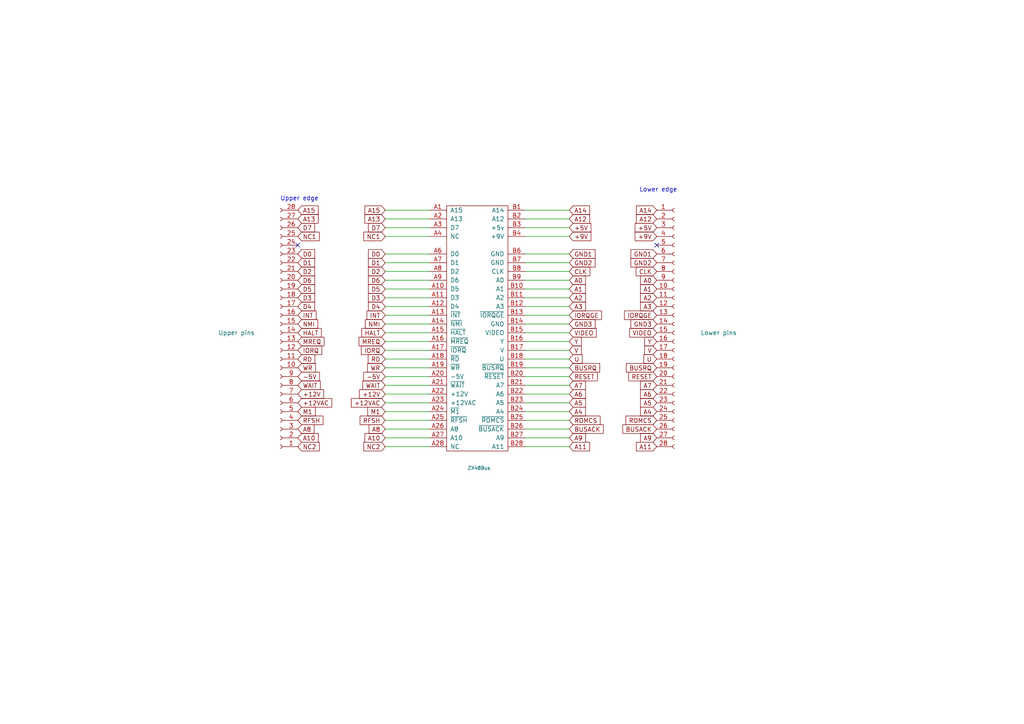
<source format=kicad_sch>
(kicad_sch (version 20211123) (generator eeschema)
  (paper "A4")
  (title_block (title "Pluggable Edge Connector Module") (date "2023-02-13") (rev "1.0"))
  (lib_symbols
    (symbol "Connector:Conn_01x28_Female" (pin_names (offset 1.016) hide)
      (property "Reference" "J" (at 0 35.56 0))
      (property "Value" "Conn_01x28_Female" (at 0 -38.1 0))
      (symbol "Conn_01x28_Female_1_1"
        (arc (start 0 -35.052) (mid -0.508 -35.56) (end 0 -36.068) (stroke (width 0.1524)))
        (arc (start 0 -32.512) (mid -0.508 -33.02) (end 0 -33.528) (stroke (width 0.1524)))
        (arc (start 0 -29.972) (mid -0.508 -30.48) (end 0 -30.988) (stroke (width 0.1524)))
        (arc (start 0 -27.432) (mid -0.508 -27.94) (end 0 -28.448) (stroke (width 0.1524)))
        (arc (start 0 -24.892) (mid -0.508 -25.4) (end 0 -25.908) (stroke (width 0.1524)))
        (arc (start 0 -22.352) (mid -0.508 -22.86) (end 0 -23.368) (stroke (width 0.1524)))
        (arc (start 0 -19.812) (mid -0.508 -20.32) (end 0 -20.828) (stroke (width 0.1524)))
        (arc (start 0 -17.272) (mid -0.508 -17.78) (end 0 -18.288) (stroke (width 0.1524)))
        (arc (start 0 -14.732) (mid -0.508 -15.24) (end 0 -15.748) (stroke (width 0.1524)))
        (arc (start 0 -12.192) (mid -0.508 -12.7) (end 0 -13.208) (stroke (width 0.1524)))
        (arc (start 0 -9.652) (mid -0.508 -10.16) (end 0 -10.668) (stroke (width 0.1524)))
        (arc (start 0 -7.112) (mid -0.508 -7.62) (end 0 -8.128) (stroke (width 0.1524)))
        (arc (start 0 -4.572) (mid -0.508 -5.08) (end 0 -5.588) (stroke (width 0.1524)))
        (arc (start 0 -2.032) (mid -0.508 -2.54) (end 0 -3.048) (stroke (width 0.1524)))
        (polyline (pts (xy -1.27 -35.56) (xy -0.508 -35.56)) (stroke (width 0.1524)))
        (polyline (pts (xy -1.27 -33.02) (xy -0.508 -33.02)) (stroke (width 0.1524)))
        (polyline (pts (xy -1.27 -30.48) (xy -0.508 -30.48)) (stroke (width 0.1524)))
        (polyline (pts (xy -1.27 -27.94) (xy -0.508 -27.94)) (stroke (width 0.1524)))
        (polyline (pts (xy -1.27 -25.4) (xy -0.508 -25.4)) (stroke (width 0.1524)))
        (polyline (pts (xy -1.27 -22.86) (xy -0.508 -22.86)) (stroke (width 0.1524)))
        (polyline (pts (xy -1.27 -20.32) (xy -0.508 -20.32)) (stroke (width 0.1524)))
        (polyline (pts (xy -1.27 -17.78) (xy -0.508 -17.78)) (stroke (width 0.1524)))
        (polyline (pts (xy -1.27 -15.24) (xy -0.508 -15.24)) (stroke (width 0.1524)))
        (polyline (pts (xy -1.27 -12.7) (xy -0.508 -12.7)) (stroke (width 0.1524)))
        (polyline (pts (xy -1.27 -10.16) (xy -0.508 -10.16)) (stroke (width 0.1524)))
        (polyline (pts (xy -1.27 -7.62) (xy -0.508 -7.62)) (stroke (width 0.1524)))
        (polyline (pts (xy -1.27 -5.08) (xy -0.508 -5.08)) (stroke (width 0.1524)))
        (polyline (pts (xy -1.27 -2.54) (xy -0.508 -2.54)) (stroke (width 0.1524)))
        (polyline (pts (xy -1.27 0) (xy -0.508 0)) (stroke (width 0.1524)))
        (polyline (pts (xy -1.27 2.54) (xy -0.508 2.54)) (stroke (width 0.1524)))
        (polyline (pts (xy -1.27 5.08) (xy -0.508 5.08)) (stroke (width 0.1524)))
        (polyline (pts (xy -1.27 7.62) (xy -0.508 7.62)) (stroke (width 0.1524)))
        (polyline (pts (xy -1.27 10.16) (xy -0.508 10.16)) (stroke (width 0.1524)))
        (polyline (pts (xy -1.27 12.7) (xy -0.508 12.7)) (stroke (width 0.1524)))
        (polyline (pts (xy -1.27 15.24) (xy -0.508 15.24)) (stroke (width 0.1524)))
        (polyline (pts (xy -1.27 17.78) (xy -0.508 17.78)) (stroke (width 0.1524)))
        (polyline (pts (xy -1.27 20.32) (xy -0.508 20.32)) (stroke (width 0.1524)))
        (polyline (pts (xy -1.27 22.86) (xy -0.508 22.86)) (stroke (width 0.1524)))
        (polyline (pts (xy -1.27 25.4) (xy -0.508 25.4)) (stroke (width 0.1524)))
        (polyline (pts (xy -1.27 27.94) (xy -0.508 27.94)) (stroke (width 0.1524)))
        (polyline (pts (xy -1.27 30.48) (xy -0.508 30.48)) (stroke (width 0.1524)))
        (polyline (pts (xy -1.27 33.02) (xy -0.508 33.02)) (stroke (width 0.1524)))
        (arc (start 0 0.508) (mid -0.508 0) (end 0 -0.508) (stroke (width 0.1524)))
        (arc (start 0 3.048) (mid -0.508 2.54) (end 0 2.032) (stroke (width 0.1524)))
        (arc (start 0 5.588) (mid -0.508 5.08) (end 0 4.572) (stroke (width 0.1524)))
        (arc (start 0 8.128) (mid -0.508 7.62) (end 0 7.112) (stroke (width 0.1524)))
        (arc (start 0 10.668) (mid -0.508 10.16) (end 0 9.652) (stroke (width 0.1524)))
        (arc (start 0 13.208) (mid -0.508 12.7) (end 0 12.192) (stroke (width 0.1524)))
        (arc (start 0 15.748) (mid -0.508 15.24) (end 0 14.732) (stroke (width 0.1524)))
        (arc (start 0 18.288) (mid -0.508 17.78) (end 0 17.272) (stroke (width 0.1524)))
        (arc (start 0 20.828) (mid -0.508 20.32) (end 0 19.812) (stroke (width 0.1524)))
        (arc (start 0 23.368) (mid -0.508 22.86) (end 0 22.352) (stroke (width 0.1524)))
        (arc (start 0 25.908) (mid -0.508 25.4) (end 0 24.892) (stroke (width 0.1524)))
        (arc (start 0 28.448) (mid -0.508 27.94) (end 0 27.432) (stroke (width 0.1524)))
        (arc (start 0 30.988) (mid -0.508 30.48) (end 0 29.972) (stroke (width 0.1524)))
        (arc (start 0 33.528) (mid -0.508 33.02) (end 0 32.512) (stroke (width 0.1524)))
        (pin passive line (at -5.08 33.02 0) (length 3.81) (name "Pin_1") (number "1"))
        (pin passive line (at -5.08 10.16 0) (length 3.81) (name "Pin_10") (number "10"))
        (pin passive line (at -5.08 7.62 0) (length 3.81) (name "Pin_11") (number "11"))
        (pin passive line (at -5.08 5.08 0) (length 3.81) (name "Pin_12") (number "12"))
        (pin passive line (at -5.08 2.54 0) (length 3.81) (name "Pin_13") (number "13"))
        (pin passive line (at -5.08 0 0) (length 3.81) (name "Pin_14") (number "14"))
        (pin passive line (at -5.08 -2.54 0) (length 3.81) (name "Pin_15") (number "15"))
        (pin passive line (at -5.08 -5.08 0) (length 3.81) (name "Pin_16") (number "16"))
        (pin passive line (at -5.08 -7.62 0) (length 3.81) (name "Pin_17") (number "17"))
        (pin passive line (at -5.08 -10.16 0) (length 3.81) (name "Pin_18") (number "18"))
        (pin passive line (at -5.08 -12.7 0) (length 3.81) (name "Pin_19") (number "19"))
        (pin passive line (at -5.08 30.48 0) (length 3.81) (name "Pin_2") (number "2"))
        (pin passive line (at -5.08 -15.24 0) (length 3.81) (name "Pin_20") (number "20"))
        (pin passive line (at -5.08 -17.78 0) (length 3.81) (name "Pin_21") (number "21"))
        (pin passive line (at -5.08 -20.32 0) (length 3.81) (name "Pin_22") (number "22"))
        (pin passive line (at -5.08 -22.86 0) (length 3.81) (name "Pin_23") (number "23"))
        (pin passive line (at -5.08 -25.4 0) (length 3.81) (name "Pin_24") (number "24"))
        (pin passive line (at -5.08 -27.94 0) (length 3.81) (name "Pin_25") (number "25"))
        (pin passive line (at -5.08 -30.48 0) (length 3.81) (name "Pin_26") (number "26"))
        (pin passive line (at -5.08 -33.02 0) (length 3.81) (name "Pin_27") (number "27"))
        (pin passive line (at -5.08 -35.56 0) (length 3.81) (name "Pin_28") (number "28"))
        (pin passive line (at -5.08 27.94 0) (length 3.81) (name "Pin_3") (number "3"))
        (pin passive line (at -5.08 25.4 0) (length 3.81) (name "Pin_4") (number "4"))
        (pin passive line (at -5.08 22.86 0) (length 3.81) (name "Pin_5") (number "5"))
        (pin passive line (at -5.08 20.32 0) (length 3.81) (name "Pin_6") (number "6"))
        (pin passive line (at -5.08 17.78 0) (length 3.81) (name "Pin_7") (number "7"))
        (pin passive line (at -5.08 15.24 0) (length 3.81) (name "Pin_8") (number "8"))
        (pin passive line (at -5.08 12.7 0) (length 3.81) (name "Pin_9") (number "9"))
      )
    )
    (symbol "zx:ZX48Bus" (pin_names (offset 1.016))
      (property "Reference" "Z" (at 0 83.82 0))
      (property "Value" "ZX48Bus" (at 0 86.36 0))
      (symbol "ZX48Bus_0_0"
        (rectangle (start 0 82.55) (end 17.78 11.43))
      )
      (symbol "ZX48Bus_1_1"
        (pin input line (at -5.08 81.28 0) (length 5.08) (name "A15") (number "A1"))
        (pin input line (at -5.08 58.42 0) (length 5.08) (name "D5") (number "A10"))
        (pin input line (at -5.08 55.88 0) (length 5.08) (name "D3") (number "A11"))
        (pin input line (at -5.08 53.34 0) (length 5.08) (name "D4") (number "A12"))
        (pin input line (at -5.08 50.8 0) (length 5.08) (name "~{INT}") (number "A13"))
        (pin input line (at -5.08 48.26 0) (length 5.08) (name "~{NMI}") (number "A14"))
        (pin input line (at -5.08 45.72 0) (length 5.08) (name "~{HALT}") (number "A15"))
        (pin input line (at -5.08 43.18 0) (length 5.08) (name "~{MREQ}") (number "A16"))
        (pin input line (at -5.08 40.64 0) (length 5.08) (name "~{IORQ}") (number "A17"))
        (pin input line (at -5.08 38.1 0) (length 5.08) (name "~{RD}") (number "A18"))
        (pin input line (at -5.08 35.56 0) (length 5.08) (name "~{WR}") (number "A19"))
        (pin input line (at -5.08 78.74 0) (length 5.08) (name "A13") (number "A2"))
        (pin input line (at -5.08 33.02 0) (length 5.08) (name "-5V") (number "A20"))
        (pin input line (at -5.08 30.48 0) (length 5.08) (name "~{WAIT}") (number "A21"))
        (pin input line (at -5.08 27.94 0) (length 5.08) (name "+12V") (number "A22"))
        (pin input line (at -5.08 25.4 0) (length 5.08) (name "+12VAC") (number "A23"))
        (pin input line (at -5.08 22.86 0) (length 5.08) (name "~{M1}") (number "A24"))
        (pin input line (at -5.08 20.32 0) (length 5.08) (name "~{RFSH}") (number "A25"))
        (pin input line (at -5.08 17.78 0) (length 5.08) (name "A8") (number "A26"))
        (pin input line (at -5.08 15.24 0) (length 5.08) (name "A10") (number "A27"))
        (pin input line (at -5.08 12.7 0) (length 5.08) (name "NC") (number "A28"))
        (pin input line (at -5.08 76.2 0) (length 5.08) (name "D7") (number "A3"))
        (pin input line (at -5.08 73.66 0) (length 5.08) (name "NC") (number "A4"))
        (pin input line (at -5.08 68.58 0) (length 5.08) (name "D0") (number "A6"))
        (pin input line (at -5.08 66.04 0) (length 5.08) (name "D1") (number "A7"))
        (pin input line (at -5.08 63.5 0) (length 5.08) (name "D2") (number "A8"))
        (pin input line (at -5.08 60.96 0) (length 5.08) (name "D6") (number "A9"))
        (pin input line (at 22.86 81.28 180) (length 5.08) (name "A14") (number "B1"))
        (pin input line (at 22.86 58.42 180) (length 5.08) (name "A1") (number "B10"))
        (pin input line (at 22.86 55.88 180) (length 5.08) (name "A2") (number "B11"))
        (pin input line (at 22.86 53.34 180) (length 5.08) (name "A3") (number "B12"))
        (pin input line (at 22.86 50.8 180) (length 5.08) (name "~{IORQGE}") (number "B13"))
        (pin input line (at 22.86 48.26 180) (length 5.08) (name "GND") (number "B14"))
        (pin input line (at 22.86 45.72 180) (length 5.08) (name "VIDEO") (number "B15"))
        (pin input line (at 22.86 43.18 180) (length 5.08) (name "Y") (number "B16"))
        (pin input line (at 22.86 40.64 180) (length 5.08) (name "V") (number "B17"))
        (pin input line (at 22.86 38.1 180) (length 5.08) (name "U") (number "B18"))
        (pin input line (at 22.86 35.56 180) (length 5.08) (name "~{BUSRQ}") (number "B19"))
        (pin input line (at 22.86 78.74 180) (length 5.08) (name "A12") (number "B2"))
        (pin input line (at 22.86 33.02 180) (length 5.08) (name "~{RESET}") (number "B20"))
        (pin input line (at 22.86 30.48 180) (length 5.08) (name "A7") (number "B21"))
        (pin input line (at 22.86 27.94 180) (length 5.08) (name "A6") (number "B22"))
        (pin input line (at 22.86 25.4 180) (length 5.08) (name "A5") (number "B23"))
        (pin input line (at 22.86 22.86 180) (length 5.08) (name "A4") (number "B24"))
        (pin input line (at 22.86 20.32 180) (length 5.08) (name "~{ROMCS}") (number "B25"))
        (pin input line (at 22.86 17.78 180) (length 5.08) (name "~{BUSACK}") (number "B26"))
        (pin input line (at 22.86 15.24 180) (length 5.08) (name "A9") (number "B27"))
        (pin input line (at 22.86 12.7 180) (length 5.08) (name "A11") (number "B28"))
        (pin input line (at 22.86 76.2 180) (length 5.08) (name "+5v") (number "B3"))
        (pin input line (at 22.86 73.66 180) (length 5.08) (name "+9V") (number "B4"))
        (pin input line (at 22.86 68.58 180) (length 5.08) (name "GND") (number "B6"))
        (pin input line (at 22.86 66.04 180) (length 5.08) (name "GND") (number "B7"))
        (pin input line (at 22.86 63.5 180) (length 5.08) (name "CLK") (number "B8"))
        (pin input line (at 22.86 60.96 180) (length 5.08) (name "A0") (number "B9"))
      )
    )
  )
  (no_connect (at 190.5 71.12))
  (no_connect (at 86.36 71.12))
  (wire (pts (xy 152.4 124.46) (xy 165.1 124.46)))
  (wire (pts (xy 165.1 111.76) (xy 152.4 111.76)))
  (wire (pts (xy 165.1 81.28) (xy 152.4 81.28)))
  (wire (pts (xy 165.1 86.36) (xy 152.4 86.36)))
  (wire (pts (xy 165.1 78.74) (xy 152.4 78.74)))
  (wire (pts (xy 111.76 86.36) (xy 124.46 86.36)))
  (wire (pts (xy 111.76 66.04) (xy 124.46 66.04)))
  (wire (pts (xy 111.76 96.52) (xy 124.46 96.52)))
  (wire (pts (xy 111.76 76.2) (xy 124.46 76.2)))
  (wire (pts (xy 111.76 73.66) (xy 124.46 73.66)))
  (wire (pts (xy 165.1 68.58) (xy 152.4 68.58)))
  (wire (pts (xy 111.76 101.6) (xy 124.46 101.6)))
  (wire (pts (xy 152.4 129.54) (xy 165.1 129.54)))
  (wire (pts (xy 165.1 114.3) (xy 152.4 114.3)))
  (wire (pts (xy 111.76 109.22) (xy 124.46 109.22)))
  (wire (pts (xy 111.76 127) (xy 124.46 127)))
  (wire (pts (xy 165.1 76.2) (xy 152.4 76.2)))
  (wire (pts (xy 111.76 99.06) (xy 124.46 99.06)))
  (wire (pts (xy 165.1 83.82) (xy 152.4 83.82)))
  (wire (pts (xy 165.1 91.44) (xy 152.4 91.44)))
  (wire (pts (xy 165.1 127) (xy 152.4 127)))
  (wire (pts (xy 111.76 124.46) (xy 124.46 124.46)))
  (wire (pts (xy 165.1 96.52) (xy 152.4 96.52)))
  (wire (pts (xy 111.76 81.28) (xy 124.46 81.28)))
  (wire (pts (xy 165.1 101.6) (xy 152.4 101.6)))
  (wire (pts (xy 165.1 93.98) (xy 152.4 93.98)))
  (wire (pts (xy 165.1 63.5) (xy 152.4 63.5)))
  (wire (pts (xy 165.1 121.92) (xy 152.4 121.92)))
  (wire (pts (xy 111.76 88.9) (xy 124.46 88.9)))
  (wire (pts (xy 111.76 83.82) (xy 124.46 83.82)))
  (wire (pts (xy 111.76 121.92) (xy 124.46 121.92)))
  (wire (pts (xy 111.76 114.3) (xy 124.46 114.3)))
  (wire (pts (xy 165.1 109.22) (xy 152.4 109.22)))
  (wire (pts (xy 165.1 104.14) (xy 152.4 104.14)))
  (wire (pts (xy 111.76 60.96) (xy 124.46 60.96)))
  (wire (pts (xy 165.1 66.04) (xy 152.4 66.04)))
  (wire (pts (xy 111.76 104.14) (xy 124.46 104.14)))
  (wire (pts (xy 111.76 63.5) (xy 124.46 63.5)))
  (wire (pts (xy 111.76 91.44) (xy 124.46 91.44)))
  (wire (pts (xy 165.1 116.84) (xy 152.4 116.84)))
  (wire (pts (xy 165.1 106.68) (xy 152.4 106.68)))
  (wire (pts (xy 165.1 99.06) (xy 152.4 99.06)))
  (wire (pts (xy 111.76 93.98) (xy 124.46 93.98)))
  (wire (pts (xy 165.1 73.66) (xy 152.4 73.66)))
  (wire (pts (xy 165.1 88.9) (xy 152.4 88.9)))
  (wire (pts (xy 111.76 68.58) (xy 124.46 68.58)))
  (wire (pts (xy 165.1 119.38) (xy 152.4 119.38)))
  (wire (pts (xy 111.76 116.84) (xy 124.46 116.84)))
  (wire (pts (xy 111.76 111.76) (xy 124.46 111.76)))
  (wire (pts (xy 165.1 60.96) (xy 152.4 60.96)))
  (wire (pts (xy 111.76 129.54) (xy 124.46 129.54)))
  (wire (pts (xy 111.76 78.74) (xy 124.46 78.74)))
  (wire (pts (xy 111.76 119.38) (xy 124.46 119.38)))
  (wire (pts (xy 111.76 106.68) (xy 124.46 106.68)))
  (text "Upper edge" (at 81.28 58.42 0) (effects (font (size 1.27 1.27)) (justify left bottom)))
  (text "Lower edge" (at 185.42 55.88 0) (effects (font (size 1.27 1.27)) (justify left bottom)))
  (global_label "A0" (shape input) (at 190.5 81.28 180) (property "Intersheet References" "${INTERSHEET_REFS}" (effects hide)))
  (global_label "D6" (shape input) (at 111.76 81.28 180) (property "Intersheet References" "${INTERSHEET_REFS}" (effects hide)))
  (global_label "WAIT" (shape input) (at 111.76 111.76 180) (property "Intersheet References" "${INTERSHEET_REFS}" (effects hide)))
  (global_label "D3" (shape input) (at 86.36 86.36 0) (property "Intersheet References" "${INTERSHEET_REFS}" (effects hide)))
  (global_label "VIDEO" (shape input) (at 165.1 96.52 0) (property "Intersheet References" "${INTERSHEET_REFS}" (effects hide)))
  (global_label "D1" (shape input) (at 111.76 76.2 180) (property "Intersheet References" "${INTERSHEET_REFS}" (effects hide)))
  (global_label "U" (shape input) (at 165.1 104.14 0) (property "Intersheet References" "${INTERSHEET_REFS}" (effects hide)))
  (global_label "NC1" (shape input) (at 86.36 68.58 0) (property "Intersheet References" "${INTERSHEET_REFS}" (effects hide)))
  (global_label "RFSH" (shape input) (at 86.36 121.92 0) (property "Intersheet References" "${INTERSHEET_REFS}" (effects hide)))
  (global_label "D0" (shape input) (at 86.36 73.66 0) (property "Intersheet References" "${INTERSHEET_REFS}" (effects hide)))
  (global_label "GND3" (shape input) (at 165.1 93.98 0) (property "Intersheet References" "${INTERSHEET_REFS}" (effects hide)))
  (global_label "A14" (shape input) (at 165.1 60.96 0) (property "Intersheet References" "${INTERSHEET_REFS}" (effects hide)))
  (global_label "D4" (shape input) (at 86.36 88.9 0) (property "Intersheet References" "${INTERSHEET_REFS}" (effects hide)))
  (global_label "RFSH" (shape input) (at 111.76 121.92 180) (property "Intersheet References" "${INTERSHEET_REFS}" (effects hide)))
  (global_label "A6" (shape input) (at 190.5 114.3 180) (property "Intersheet References" "${INTERSHEET_REFS}" (effects hide)))
  (global_label "A4" (shape input) (at 190.5 119.38 180) (property "Intersheet References" "${INTERSHEET_REFS}" (effects hide)))
  (global_label "INT" (shape input) (at 86.36 91.44 0) (property "Intersheet References" "${INTERSHEET_REFS}" (effects hide)))
  (global_label "A15" (shape input) (at 86.36 60.96 0) (property "Intersheet References" "${INTERSHEET_REFS}" (effects hide)))
  (global_label "A9" (shape input) (at 190.5 127 180) (property "Intersheet References" "${INTERSHEET_REFS}" (effects hide)))
  (global_label "RD" (shape input) (at 86.36 104.14 0) (property "Intersheet References" "${INTERSHEET_REFS}" (effects hide)))
  (global_label "VIDEO" (shape input) (at 190.5 96.52 180) (property "Intersheet References" "${INTERSHEET_REFS}" (effects hide)))
  (global_label "BUSRQ" (shape input) (at 165.1 106.68 0) (property "Intersheet References" "${INTERSHEET_REFS}" (effects hide)))
  (global_label "D5" (shape input) (at 86.36 83.82 0) (property "Intersheet References" "${INTERSHEET_REFS}" (effects hide)))
  (global_label "WR" (shape input) (at 111.76 106.68 180) (property "Intersheet References" "${INTERSHEET_REFS}" (effects hide)))
  (global_label "D6" (shape input) (at 86.36 81.28 0) (property "Intersheet References" "${INTERSHEET_REFS}" (effects hide)))
  (global_label "V" (shape input) (at 165.1 101.6 0) (property "Intersheet References" "${INTERSHEET_REFS}" (effects hide)))
  (global_label "A4" (shape input) (at 165.1 119.38 0) (property "Intersheet References" "${INTERSHEET_REFS}" (effects hide)))
  (global_label "MREQ" (shape input) (at 86.36 99.06 0) (property "Intersheet References" "${INTERSHEET_REFS}" (effects hide)))
  (global_label "A5" (shape input) (at 190.5 116.84 180) (property "Intersheet References" "${INTERSHEET_REFS}" (effects hide)))
  (global_label "A11" (shape input) (at 190.5 129.54 180) (property "Intersheet References" "${INTERSHEET_REFS}" (effects hide)))
  (global_label "NC1" (shape input) (at 111.76 68.58 180) (property "Intersheet References" "${INTERSHEET_REFS}" (effects hide)))
  (global_label "GND1" (shape input) (at 190.5 73.66 180) (property "Intersheet References" "${INTERSHEET_REFS}" (effects hide)))
  (global_label "BUSACK" (shape input) (at 190.5 124.46 180) (property "Intersheet References" "${INTERSHEET_REFS}" (effects hide)))
  (global_label "+9V" (shape input) (at 165.1 68.58 0) (property "Intersheet References" "${INTERSHEET_REFS}" (effects hide)))
  (global_label "INT" (shape input) (at 111.76 91.44 180) (property "Intersheet References" "${INTERSHEET_REFS}" (effects hide)))
  (global_label "A12" (shape input) (at 165.1 63.5 0) (property "Intersheet References" "${INTERSHEET_REFS}" (effects hide)))
  (global_label "D2" (shape input) (at 111.76 78.74 180) (property "Intersheet References" "${INTERSHEET_REFS}" (effects hide)))
  (global_label "A9" (shape input) (at 165.1 127 0) (property "Intersheet References" "${INTERSHEET_REFS}" (effects hide)))
  (global_label "A12" (shape input) (at 190.5 63.5 180) (property "Intersheet References" "${INTERSHEET_REFS}" (effects hide)))
  (global_label "RESET" (shape input) (at 190.5 109.22 180) (property "Intersheet References" "${INTERSHEET_REFS}" (effects hide)))
  (global_label "GND2" (shape input) (at 190.5 76.2 180) (property "Intersheet References" "${INTERSHEET_REFS}" (effects hide)))
  (global_label "Y" (shape input) (at 190.5 99.06 180) (property "Intersheet References" "${INTERSHEET_REFS}" (effects hide)))
  (global_label "IORQGE" (shape input) (at 165.1 91.44 0) (property "Intersheet References" "${INTERSHEET_REFS}" (effects hide)))
  (global_label "D7" (shape input) (at 111.76 66.04 180) (property "Intersheet References" "${INTERSHEET_REFS}" (effects hide)))
  (global_label "RD" (shape input) (at 111.76 104.14 180) (property "Intersheet References" "${INTERSHEET_REFS}" (effects hide)))
  (global_label "+9V" (shape input) (at 190.5 68.58 180) (property "Intersheet References" "${INTERSHEET_REFS}" (effects hide)))
  (global_label "-5V" (shape input) (at 86.36 109.22 0) (property "Intersheet References" "${INTERSHEET_REFS}" (effects hide)))
  (global_label "WR" (shape input) (at 86.36 106.68 0) (property "Intersheet References" "${INTERSHEET_REFS}" (effects hide)))
  (global_label "GND3" (shape input) (at 190.5 93.98 180) (property "Intersheet References" "${INTERSHEET_REFS}" (effects hide)))
  (global_label "A1" (shape input) (at 190.5 83.82 180) (property "Intersheet References" "${INTERSHEET_REFS}" (effects hide)))
  (global_label "IORQ" (shape input) (at 86.36 101.6 0) (property "Intersheet References" "${INTERSHEET_REFS}" (effects hide)))
  (global_label "+12VAC" (shape input) (at 86.36 116.84 0) (property "Intersheet References" "${INTERSHEET_REFS}" (effects hide)))
  (global_label "A2" (shape input) (at 165.1 86.36 0) (property "Intersheet References" "${INTERSHEET_REFS}" (effects hide)))
  (global_label "ROMCS" (shape input) (at 190.5 121.92 180) (property "Intersheet References" "${INTERSHEET_REFS}" (effects hide)))
  (global_label "D7" (shape input) (at 86.36 66.04 0) (property "Intersheet References" "${INTERSHEET_REFS}" (effects hide)))
  (global_label "HALT" (shape input) (at 111.76 96.52 180) (property "Intersheet References" "${INTERSHEET_REFS}" (effects hide)))
  (global_label "D4" (shape input) (at 111.76 88.9 180) (property "Intersheet References" "${INTERSHEET_REFS}" (effects hide)))
  (global_label "D5" (shape input) (at 111.76 83.82 180) (property "Intersheet References" "${INTERSHEET_REFS}" (effects hide)))
  (global_label "A6" (shape input) (at 165.1 114.3 0) (property "Intersheet References" "${INTERSHEET_REFS}" (effects hide)))
  (global_label "D1" (shape input) (at 86.36 76.2 0) (property "Intersheet References" "${INTERSHEET_REFS}" (effects hide)))
  (global_label "A8" (shape input) (at 111.76 124.46 180) (property "Intersheet References" "${INTERSHEET_REFS}" (effects hide)))
  (global_label "BUSRQ" (shape input) (at 190.5 106.68 180) (property "Intersheet References" "${INTERSHEET_REFS}" (effects hide)))
  (global_label "MREQ" (shape input) (at 111.76 99.06 180) (property "Intersheet References" "${INTERSHEET_REFS}" (effects hide)))
  (global_label "IORQGE" (shape input) (at 190.5 91.44 180) (property "Intersheet References" "${INTERSHEET_REFS}" (effects hide)))
  (global_label "NMI" (shape input) (at 111.76 93.98 180) (property "Intersheet References" "${INTERSHEET_REFS}" (effects hide)))
  (global_label "+5V" (shape input) (at 190.5 66.04 180) (property "Intersheet References" "${INTERSHEET_REFS}" (effects hide)))
  (global_label "A13" (shape input) (at 86.36 63.5 0) (property "Intersheet References" "${INTERSHEET_REFS}" (effects hide)))
  (global_label "A10" (shape input) (at 111.76 127 180) (property "Intersheet References" "${INTERSHEET_REFS}" (effects hide)))
  (global_label "NMI" (shape input) (at 86.36 93.98 0) (property "Intersheet References" "${INTERSHEET_REFS}" (effects hide)))
  (global_label "WAIT" (shape input) (at 86.36 111.76 0) (property "Intersheet References" "${INTERSHEET_REFS}" (effects hide)))
  (global_label "GND1" (shape input) (at 165.1 73.66 0) (property "Intersheet References" "${INTERSHEET_REFS}" (effects hide)))
  (global_label "A0" (shape input) (at 165.1 81.28 0) (property "Intersheet References" "${INTERSHEET_REFS}" (effects hide)))
  (global_label "Y" (shape input) (at 165.1 99.06 0) (property "Intersheet References" "${INTERSHEET_REFS}" (effects hide)))
  (global_label "A3" (shape input) (at 165.1 88.9 0) (property "Intersheet References" "${INTERSHEET_REFS}" (effects hide)))
  (global_label "U" (shape input) (at 190.5 104.14 180) (property "Intersheet References" "${INTERSHEET_REFS}" (effects hide)))
  (global_label "D3" (shape input) (at 111.76 86.36 180) (property "Intersheet References" "${INTERSHEET_REFS}" (effects hide)))
  (global_label "A11" (shape input) (at 165.1 129.54 0) (property "Intersheet References" "${INTERSHEET_REFS}" (effects hide)))
  (global_label "A3" (shape input) (at 190.5 88.9 180) (property "Intersheet References" "${INTERSHEET_REFS}" (effects hide)))
  (global_label "A14" (shape input) (at 190.5 60.96 180) (property "Intersheet References" "${INTERSHEET_REFS}" (effects hide)))
  (global_label "A10" (shape input) (at 86.36 127 0) (property "Intersheet References" "${INTERSHEET_REFS}" (effects hide)))
  (global_label "A7" (shape input) (at 190.5 111.76 180) (property "Intersheet References" "${INTERSHEET_REFS}" (effects hide)))
  (global_label "BUSACK" (shape input) (at 165.1 124.46 0) (property "Intersheet References" "${INTERSHEET_REFS}" (effects hide)))
  (global_label "GND2" (shape input) (at 165.1 76.2 0) (property "Intersheet References" "${INTERSHEET_REFS}" (effects hide)))
  (global_label "A8" (shape input) (at 86.36 124.46 0) (property "Intersheet References" "${INTERSHEET_REFS}" (effects hide)))
  (global_label "A5" (shape input) (at 165.1 116.84 0) (property "Intersheet References" "${INTERSHEET_REFS}" (effects hide)))
  (global_label "RESET" (shape input) (at 165.1 109.22 0) (property "Intersheet References" "${INTERSHEET_REFS}" (effects hide)))
  (global_label "-5V" (shape input) (at 111.76 109.22 180) (property "Intersheet References" "${INTERSHEET_REFS}" (effects hide)))
  (global_label "M1" (shape input) (at 111.76 119.38 180) (property "Intersheet References" "${INTERSHEET_REFS}" (effects hide)))
  (global_label "A13" (shape input) (at 111.76 63.5 180) (property "Intersheet References" "${INTERSHEET_REFS}" (effects hide)))
  (global_label "IORQ" (shape input) (at 111.76 101.6 180) (property "Intersheet References" "${INTERSHEET_REFS}" (effects hide)))
  (global_label "M1" (shape input) (at 86.36 119.38 0) (property "Intersheet References" "${INTERSHEET_REFS}" (effects hide)))
  (global_label "+5V" (shape input) (at 165.1 66.04 0) (property "Intersheet References" "${INTERSHEET_REFS}" (effects hide)))
  (global_label "+12VAC" (shape input) (at 111.76 116.84 180) (property "Intersheet References" "${INTERSHEET_REFS}" (effects hide)))
  (global_label "CLK" (shape input) (at 190.5 78.74 180) (property "Intersheet References" "${INTERSHEET_REFS}" (effects hide)))
  (global_label "A2" (shape input) (at 190.5 86.36 180) (property "Intersheet References" "${INTERSHEET_REFS}" (effects hide)))
  (global_label "D2" (shape input) (at 86.36 78.74 0) (property "Intersheet References" "${INTERSHEET_REFS}" (effects hide)))
  (global_label "+12V" (shape input) (at 111.76 114.3 180) (property "Intersheet References" "${INTERSHEET_REFS}" (effects hide)))
  (global_label "A15" (shape input) (at 111.76 60.96 180) (property "Intersheet References" "${INTERSHEET_REFS}" (effects hide)))
  (global_label "HALT" (shape input) (at 86.36 96.52 0) (property "Intersheet References" "${INTERSHEET_REFS}" (effects hide)))
  (global_label "NC2" (shape input) (at 86.36 129.54 0) (property "Intersheet References" "${INTERSHEET_REFS}" (effects hide)))
  (global_label "NC2" (shape input) (at 111.76 129.54 180) (property "Intersheet References" "${INTERSHEET_REFS}" (effects hide)))
  (global_label "CLK" (shape input) (at 165.1 78.74 0) (property "Intersheet References" "${INTERSHEET_REFS}" (effects hide)))
  (global_label "A1" (shape input) (at 165.1 83.82 0) (property "Intersheet References" "${INTERSHEET_REFS}" (effects hide)))
  (global_label "D0" (shape input) (at 111.76 73.66 180) (property "Intersheet References" "${INTERSHEET_REFS}" (effects hide)))
  (global_label "ROMCS" (shape input) (at 165.1 121.92 0) (property "Intersheet References" "${INTERSHEET_REFS}" (effects hide)))
  (global_label "+12V" (shape input) (at 86.36 114.3 0) (property "Intersheet References" "${INTERSHEET_REFS}" (effects hide)))
  (global_label "V" (shape input) (at 190.5 101.6 180) (property "Intersheet References" "${INTERSHEET_REFS}" (effects hide)))
  (global_label "A7" (shape input) (at 165.1 111.76 0) (property "Intersheet References" "${INTERSHEET_REFS}" (effects hide)))
  (symbol (lib_id "Connector:Conn_01x28_Female") (at 195.58 93.98 0) (unit 1)
    (property "Reference" "J2" (effects hide))
    (property "Value" "Lower pins" (at 203.2 96.52 0) (effects (justify left)))
    (property "Footprint" "Connector_PinHeader_2.54mm:PinHeader_1x28_P2.54mm_Vertical" (effects hide))
  )
  (symbol (lib_id "Connector:Conn_01x28_Female") (at 81.28 96.52 180) (unit 1)
    (property "Reference" "J1" (effects hide))
    (property "Value" "Upper pins" (at 68.58 96.52 0))
    (property "Footprint" "Connector_PinHeader_2.54mm:PinHeader_1x28_P2.54mm_Vertical" (effects hide))
  )
  (symbol (lib_id "zx:ZX48Bus") (at 129.54 142.24 0) (unit 1)
    (property "Reference" "Z1" (effects hide))
    (property "Value" "ZX48Bus" (at 138.938 135.7376 0) (effects (font (size 0.9906 0.9906))))
    (property "Footprint" "zx:ZX_Bus_Pin_Header" (effects hide))
  )
)
</source>
